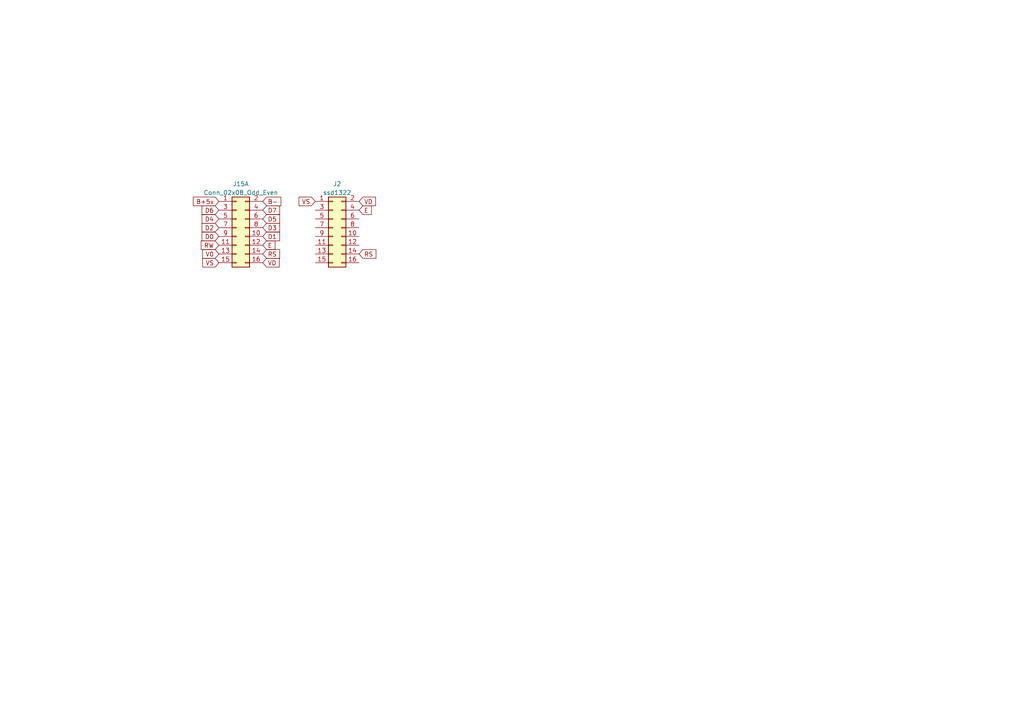
<source format=kicad_sch>
(kicad_sch (version 20230121) (generator eeschema)
  (paper "A4")
  (lib_symbols
    (symbol "Connector_Generic:Conn_02x08_Odd_Even" (pin_names (offset 1.016) hide)
      (property "Reference" "J" (at 1.27 10.16 0))
      (property "Value" "Conn_02x08_Odd_Even" (at 1.27 -12.7 0))
      (symbol "Conn_02x08_Odd_Even_1_1"
        (rectangle (start -1.27 -10.033) (end 0 -10.287) (stroke (width 0.1524)))
        (rectangle (start -1.27 -7.493) (end 0 -7.747) (stroke (width 0.1524)))
        (rectangle (start -1.27 -4.953) (end 0 -5.207) (stroke (width 0.1524)))
        (rectangle (start -1.27 -2.413) (end 0 -2.667) (stroke (width 0.1524)))
        (rectangle (start -1.27 0.127) (end 0 -0.127) (stroke (width 0.1524)))
        (rectangle (start -1.27 2.667) (end 0 2.413) (stroke (width 0.1524)))
        (rectangle (start -1.27 5.207) (end 0 4.953) (stroke (width 0.1524)))
        (rectangle (start -1.27 7.747) (end 0 7.493) (stroke (width 0.1524)))
        (rectangle (start -1.27 8.89) (end 3.81 -11.43) (stroke (width 0.254)) (fill (type background)))
        (rectangle (start 3.81 -10.033) (end 2.54 -10.287) (stroke (width 0.1524)))
        (rectangle (start 3.81 -7.493) (end 2.54 -7.747) (stroke (width 0.1524)))
        (rectangle (start 3.81 -4.953) (end 2.54 -5.207) (stroke (width 0.1524)))
        (rectangle (start 3.81 -2.413) (end 2.54 -2.667) (stroke (width 0.1524)))
        (rectangle (start 3.81 0.127) (end 2.54 -0.127) (stroke (width 0.1524)))
        (rectangle (start 3.81 2.667) (end 2.54 2.413) (stroke (width 0.1524)))
        (rectangle (start 3.81 5.207) (end 2.54 4.953) (stroke (width 0.1524)))
        (rectangle (start 3.81 7.747) (end 2.54 7.493) (stroke (width 0.1524)))
        (pin passive line (at -5.08 7.62 0) (length 3.81) (name "Pin_1") (number "1"))
        (pin passive line (at 7.62 -2.54 180) (length 3.81) (name "Pin_10") (number "10"))
        (pin passive line (at -5.08 -5.08 0) (length 3.81) (name "Pin_11") (number "11"))
        (pin passive line (at 7.62 -5.08 180) (length 3.81) (name "Pin_12") (number "12"))
        (pin passive line (at -5.08 -7.62 0) (length 3.81) (name "Pin_13") (number "13"))
        (pin passive line (at 7.62 -7.62 180) (length 3.81) (name "Pin_14") (number "14"))
        (pin passive line (at -5.08 -10.16 0) (length 3.81) (name "Pin_15") (number "15"))
        (pin passive line (at 7.62 -10.16 180) (length 3.81) (name "Pin_16") (number "16"))
        (pin passive line (at 7.62 7.62 180) (length 3.81) (name "Pin_2") (number "2"))
        (pin passive line (at -5.08 5.08 0) (length 3.81) (name "Pin_3") (number "3"))
        (pin passive line (at 7.62 5.08 180) (length 3.81) (name "Pin_4") (number "4"))
        (pin passive line (at -5.08 2.54 0) (length 3.81) (name "Pin_5") (number "5"))
        (pin passive line (at 7.62 2.54 180) (length 3.81) (name "Pin_6") (number "6"))
        (pin passive line (at -5.08 0 0) (length 3.81) (name "Pin_7") (number "7"))
        (pin passive line (at 7.62 0 180) (length 3.81) (name "Pin_8") (number "8"))
        (pin passive line (at -5.08 -2.54 0) (length 3.81) (name "Pin_9") (number "9"))
      )
    )
  )
  (global_label "D1" (shape input) (at 76.2 68.58 0) (property "Intersheetrefs" "${INTERSHEET_REFS}" (effects hide)))
  (global_label "RS" (shape input) (at 104.14 73.66 0) (property "Intersheetrefs" "${INTERSHEET_REFS}" (effects hide)))
  (global_label "B-" (shape input) (at 76.2 58.42 0) (property "Intersheetrefs" "${INTERSHEET_REFS}" (effects hide)))
  (global_label "B+5v" (shape input) (at 63.5 58.42 180) (property "Intersheetrefs" "${INTERSHEET_REFS}" (effects hide)))
  (global_label "E" (shape input) (at 104.14 60.96 0) (property "Intersheetrefs" "${INTERSHEET_REFS}" (effects hide)))
  (global_label "VS" (shape input) (at 63.5 76.2 180) (property "Intersheetrefs" "${INTERSHEET_REFS}" (effects hide)))
  (global_label "D3" (shape input) (at 76.2 66.04 0) (property "Intersheetrefs" "${INTERSHEET_REFS}" (effects hide)))
  (global_label "VD" (shape input) (at 104.14 58.42 0) (property "Intersheetrefs" "${INTERSHEET_REFS}" (effects hide)))
  (global_label "D6" (shape input) (at 63.5 60.96 180) (property "Intersheetrefs" "${INTERSHEET_REFS}" (effects hide)))
  (global_label "E" (shape input) (at 76.2 71.12 0) (property "Intersheetrefs" "${INTERSHEET_REFS}" (effects hide)))
  (global_label "RS" (shape input) (at 76.2 73.66 0) (property "Intersheetrefs" "${INTERSHEET_REFS}" (effects hide)))
  (global_label "RW" (shape input) (at 63.5 71.12 180) (property "Intersheetrefs" "${INTERSHEET_REFS}" (effects hide)))
  (global_label "VD" (shape input) (at 76.2 76.2 0) (property "Intersheetrefs" "${INTERSHEET_REFS}" (effects hide)))
  (global_label "D7" (shape input) (at 76.2 60.96 0) (property "Intersheetrefs" "${INTERSHEET_REFS}" (effects hide)))
  (global_label "D2" (shape input) (at 63.5 66.04 180) (property "Intersheetrefs" "${INTERSHEET_REFS}" (effects hide)))
  (global_label "D4" (shape input) (at 63.5 63.5 180) (property "Intersheetrefs" "${INTERSHEET_REFS}" (effects hide)))
  (global_label "VS" (shape input) (at 91.44 58.42 180) (property "Intersheetrefs" "${INTERSHEET_REFS}" (effects hide)))
  (global_label "D5" (shape input) (at 76.2 63.5 0) (property "Intersheetrefs" "${INTERSHEET_REFS}" (effects hide)))
  (global_label "V0" (shape input) (at 63.5 73.66 180) (property "Intersheetrefs" "${INTERSHEET_REFS}" (effects hide)))
  (global_label "D0" (shape input) (at 63.5 68.58 180) (property "Intersheetrefs" "${INTERSHEET_REFS}" (effects hide)))
  (symbol (lib_id "Connector_Generic:Conn_02x08_Odd_Even") (at 68.58 66.04 0) (unit 1)
    (property "Reference" "J15A" (at 69.85 53.34 0))
    (property "Value" "Conn_02x08_Odd_Even" (at 69.85 55.88 0))
  )
  (symbol (lib_id "Connector_Generic:Conn_02x08_Odd_Even") (at 96.52 66.04 0) (unit 1)
    (property "Reference" "J2" (at 97.79 53.34 0))
    (property "Value" "ssd1322" (at 97.79 55.88 0))
  )
)
</source>
